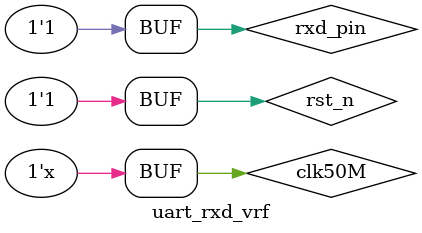
<source format=v>
`timescale 1ns / 1ps


module uart_rxd_vrf;

	// Inputs
	reg rst_n;
	reg clk50M;
	reg rxd_pin;

	// Outputs
	wire [7:0] rxd_data;
	wire rxd_flag;

	// Instantiate the Unit Under Test (UUT)
	uart_rxd uut (
		.rst_n(rst_n), 
		.clk50M(clk50M), 
		.rxd_pin(rxd_pin), 
		.rxd_data(rxd_data), 
		.rxd_flag(rxd_flag)
	);

	initial begin
		// Initialize Inputs
		rst_n = 0;
		clk50M = 0;
		rxd_pin = 0;

		// Wait 100 ns for global reset to finish
		#100;
      rst_n = 1;
		rxd_pin = 1;
		// Add stimulus here
		
		#1000;
		
		//ÆðÊ¼Î»
		rxd_pin = 0;
		#104167;
		//bit0 
		rxd_pin = 1;
		#104167;
		//bit1
		rxd_pin = 0;
		#104167;
		//bit2 
		rxd_pin = 1;
		#104167;
		//bit3
		rxd_pin = 0;
		#104167;
		//bit4 
		rxd_pin = 1;
		#104167;
		//bit5 
		rxd_pin = 0;
		#104167;
		//bit6 
		rxd_pin = 1;
		#104167;
		//bit7 
		rxd_pin = 0;
		#104167;
		//Í£Ö¹Î»
		rxd_pin = 1;
		
	end
   
	always #10 clk50M = ~clk50M;
	
endmodule




</source>
